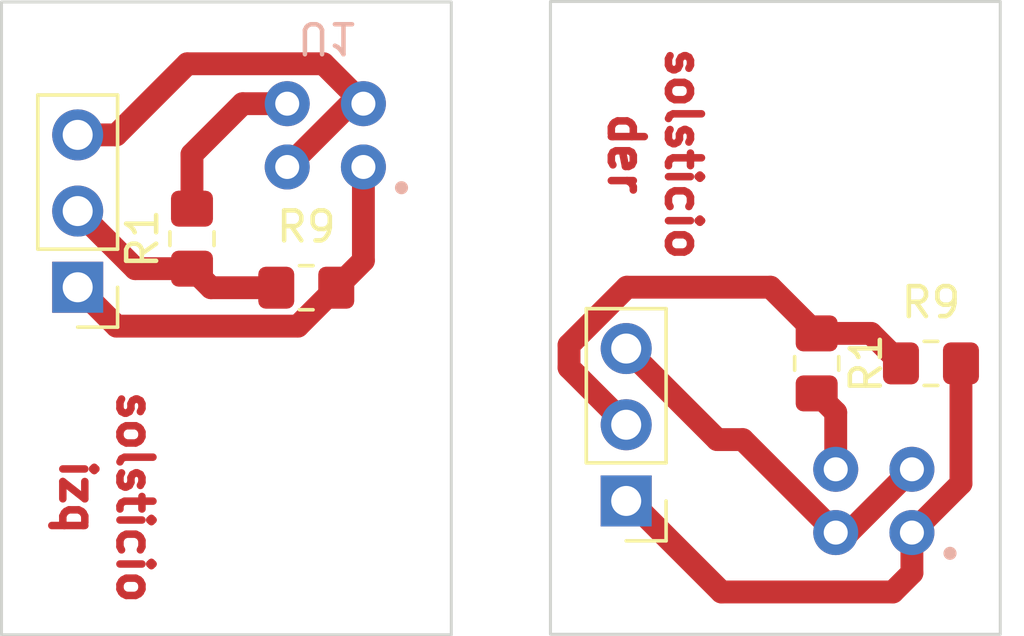
<source format=kicad_pcb>
(kicad_pcb (version 20211014) (generator pcbnew)
  (layers (0 "F.Cu" signal) (31 "B.Cu" signal) (34 "B.Paste" user) (35 "F.Paste" user) (36 "B.SilkS" user "B.Silkscreen") (37 "F.SilkS" user "F.Silkscreen") (38 "B.Mask" user) (39 "F.Mask" user) (44 "Edge.Cuts" user))
  (net 0 "")
  (net 1 "+3V3")
  (net 2 "GND")
  (net 3 "Net-(J1-Pad1)")
  (net 4 "s0")
  (footprint "Resistor_SMD:R_0805_2012Metric_Pad1.20x1.40mm_HandSolder" (layer "F.Cu") (at 152.529 77.1216 90)
    (fp_text reference "R1" (at 0 -1.65 90) (layer "F.SilkS"))
    (fp_text value "91")
    (fp_line (start -0.227064 -0.735) (end 0.227064 -0.735) (layer "F.SilkS") (width 0.12))
    (fp_line (start -0.227064 0.735) (end 0.227064 0.735) (layer "F.SilkS") (width 0.12))
    (pad "1" smd roundrect (at -1 0 90) (size 1.2 1.4) (layers "F.Cu" "F.Paste" "F.Mask") (roundrect_rratio 0.2083333333) (net 1 "+3V3"))
    (pad "2" smd roundrect (at 1 0 90) (size 1.2 1.4) (layers "F.Cu" "F.Paste" "F.Mask") (roundrect_rratio 0.2083333333) (net 3 "Net-(J1-Pad1)"))
  )
  (footprint "Resistor_SMD:R_0805_2012Metric_Pad1.20x1.40mm_HandSolder" (layer "F.Cu") (at 173.355 81.28 -90)
    (fp_text reference "R1" (at 0 -1.65 90) (layer "F.SilkS"))
    (fp_text value "91")
    (fp_line (start -0.227064 0.735) (end 0.227064 0.735) (layer "F.SilkS") (width 0.12))
    (fp_line (start -0.227064 -0.735) (end 0.227064 -0.735) (layer "F.SilkS") (width 0.12))
    (pad "1" smd roundrect (at -1 0 270) (size 1.2 1.4) (layers "F.Cu" "F.Paste" "F.Mask") (roundrect_rratio 0.2083333333) (net 1 "+3V3"))
    (pad "2" smd roundrect (at 1 0 270) (size 1.2 1.4) (layers "F.Cu" "F.Paste" "F.Mask") (roundrect_rratio 0.2083333333) (net 3 "Net-(J1-Pad1)"))
  )
  (footprint "Resistor_SMD:R_0805_2012Metric_Pad1.20x1.40mm_HandSolder" (layer "F.Cu") (at 177.165 81.28 180)
    (fp_text reference "R9" (at 0 2.032) (layer "F.SilkS"))
    (fp_text value "R_Small")
    (fp_line (start -0.227064 0.735) (end 0.227064 0.735) (layer "F.SilkS") (width 0.12))
    (fp_line (start -0.227064 -0.735) (end 0.227064 -0.735) (layer "F.SilkS") (width 0.12))
    (pad "1" smd roundrect (at -1 0 180) (size 1.2 1.4) (layers "F.Cu" "F.Paste" "F.Mask") (roundrect_rratio 0.2083333333) (net 4 "s0"))
    (pad "2" smd roundrect (at 1 0 180) (size 1.2 1.4) (layers "F.Cu" "F.Paste" "F.Mask") (roundrect_rratio 0.2083333333) (net 1 "+3V3"))
  )
  (footprint "Resistor_SMD:R_0805_2012Metric_Pad1.20x1.40mm_HandSolder" (layer "F.Cu") (at 156.339 78.7566 180)
    (fp_text reference "R9" (at 0 2.032) (layer "F.SilkS"))
    (fp_text value "R_Small")
    (fp_line (start -0.227064 -0.735) (end 0.227064 -0.735) (layer "F.SilkS") (width 0.12))
    (fp_line (start -0.227064 0.735) (end 0.227064 0.735) (layer "F.SilkS") (width 0.12))
    (pad "1" smd roundrect (at -1 0 180) (size 1.2 1.4) (layers "F.Cu" "F.Paste" "F.Mask") (roundrect_rratio 0.2083333333) (net 4 "s0"))
    (pad "2" smd roundrect (at 1 0 180) (size 1.2 1.4) (layers "F.Cu" "F.Paste" "F.Mask") (roundrect_rratio 0.2083333333) (net 1 "+3V3"))
  )
  (footprint "MountingHole:MountingHole_3.2mm_M3" (layer "F.Cu") (at 175.766 74.452)
    (fp_text reference "REF**" hide)
    (fp_text value "MountingHole_3.2mm_M3" hide)
    (pad "" np_thru_hole circle (at 0 0) (size 3.2 3.2) (drill 3.2) (layers F&B.Cu *.Mask))
  )
  (footprint "MountingHole:MountingHole_3.2mm_M3" (layer "F.Cu") (at 157.48 85.09 180)
    (fp_text reference "REF**" hide)
    (fp_text value "MountingHole_3.2mm_M3" hide)
    (pad "" np_thru_hole circle (at 0 0 180) (size 3.2 3.2) (drill 3.2) (layers *.Cu *.Mask))
  )
  (footprint "Connector_PinHeader_2.54mm:PinHeader_1x03_P2.54mm_Vertical" (layer "F.Cu") (at 167.005 85.865 180)
    (fp_text reference "REF**" hide)
    (fp_text value "PinHeader_1x03_P2.54mm_Vertical" hide)
    (fp_line (start 1.33 1.27) (end 1.33 6.41) (layer "F.SilkS") (width 0.12))
    (fp_line (start -1.33 1.27) (end 1.33 1.27) (layer "F.SilkS") (width 0.12))
    (fp_line (start -1.33 0) (end -1.33 -1.33) (layer "F.SilkS") (width 0.12))
    (fp_line (start -1.33 -1.33) (end 0 -1.33) (layer "F.SilkS") (width 0.12))
    (fp_line (start -1.33 6.41) (end 1.33 6.41) (layer "F.SilkS") (width 0.12))
    (fp_line (start -1.33 1.27) (end -1.33 6.41) (layer "F.SilkS") (width 0.12))
    (pad "1" thru_hole rect (at 0 0 180) (size 1.7 1.7) (drill 1) (layers *.Cu *.Mask) (net 4 "s0"))
    (pad "2" thru_hole oval (at 0 2.54 180) (size 1.7 1.7) (drill 1) (layers *.Cu *.Mask) (net 1 "+3V3"))
    (pad "3" thru_hole oval (at 0 5.08 180) (size 1.7 1.7) (drill 1) (layers *.Cu *.Mask) (net 2 "GND"))
  )
  (footprint "Connector_PinHeader_2.54mm:PinHeader_1x03_P2.54mm_Vertical" (layer "F.Cu") (at 148.719 78.7416 180)
    (fp_text reference "REF**" hide)
    (fp_text value "PinHeader_1x03_P2.54mm_Vertical" hide)
    (fp_line (start -1.33 1.27) (end -1.33 6.41) (layer "F.SilkS") (width 0.12))
    (fp_line (start -1.33 6.41) (end 1.33 6.41) (layer "F.SilkS") (width 0.12))
    (fp_line (start 1.33 1.27) (end 1.33 6.41) (layer "F.SilkS") (width 0.12))
    (fp_line (start -1.33 0) (end -1.33 -1.33) (layer "F.SilkS") (width 0.12))
    (fp_line (start -1.33 1.27) (end 1.33 1.27) (layer "F.SilkS") (width 0.12))
    (fp_line (start -1.33 -1.33) (end 0 -1.33) (layer "F.SilkS") (width 0.12))
    (pad "1" thru_hole rect (at 0 0 180) (size 1.7 1.7) (drill 1) (layers *.Cu *.Mask) (net 4 "s0"))
    (pad "2" thru_hole oval (at 0 2.54 180) (size 1.7 1.7) (drill 1) (layers *.Cu *.Mask) (net 1 "+3V3"))
    (pad "3" thru_hole oval (at 0 5.08 180) (size 1.7 1.7) (drill 1) (layers *.Cu *.Mask) (net 2 "GND"))
  )
  (footprint "qrd111x:qrd111x" (layer "B.Cu") (at 175.26 85.865 90)
    (fp_text reference "U1" hide)
    (fp_text value "qrd111x")
    (fp_circle (center -1.74625 2.54) (end -1.5875 2.54) (layer "B.SilkS") (width 0.12) (fill solid))
    (pad "1" thru_hole circle (at -1.055 1.27 270) (size 1.5 1.5) (drill 0.8) (layers *.Cu *.Mask) (net 4 "s0"))
    (pad "2" thru_hole circle (at -1.055 -1.27 270) (size 1.5 1.5) (drill 0.8) (layers *.Cu *.Mask) (net 2 "GND"))
    (pad "3" thru_hole circle (at 1.055 -1.27 270) (size 1.5 1.5) (drill 0.8) (layers *.Cu *.Mask) (net 3 "Net-(J1-Pad1)"))
    (pad "4" thru_hole circle (at 1.055 1.27 270) (size 1.5 1.5) (drill 0.8) (layers *.Cu *.Mask) (net 2 "GND"))
  )
  (footprint "qrd111x:qrd111x" (layer "B.Cu") (at 156.974 73.6766 90)
    (fp_text reference "U1" (at 3.248 0.082 180 unlocked) (layer "B.SilkS") (effects (justify mirror)))
    (fp_text value "qrd111x")
    (fp_circle (center -1.74625 2.54) (end -1.5875 2.54) (layer "B.SilkS") (width 0.12) (fill solid))
    (pad "1" thru_hole circle (at -1.055 1.27 270) (size 1.5 1.5) (drill 0.8) (layers *.Cu *.Mask) (net 4 "s0"))
    (pad "2" thru_hole circle (at -1.055 -1.27 270) (size 1.5 1.5) (drill 0.8) (layers *.Cu *.Mask) (net 2 "GND"))
    (pad "3" thru_hole circle (at 1.055 -1.27 270) (size 1.5 1.5) (drill 0.8) (layers *.Cu *.Mask) (net 3 "Net-(J1-Pad1)"))
    (pad "4" thru_hole circle (at 1.055 1.27 270) (size 1.5 1.5) (drill 0.8) (layers *.Cu *.Mask) (net 2 "GND"))
  )
  (gr_rect (start 146.179 69.2316) (end 161.174 90.3266) (layer "Edge.Cuts") (width 0.1) (fill none))
  (gr_rect (start 179.475 90.31) (end 164.48 69.215) (layer "Edge.Cuts") (width 0.1) (fill none))
  (gr_text "der" (at 167.005 74.295 270) (layer "F.Cu") (effects (font (size 1.1 1.1) (thickness 0.25))))
  (gr_text "izq" (at 148.719 85.7416 270) (layer "F.Cu") (effects (font (size 1.1 1.1) (thickness 0.25))))
  (gr_text "solsticio" (at 168.91 74.295 270) (layer "F.Cu") (effects (font (size 1.1 1.1) (thickness 0.25))))
  (gr_text "solsticio" (at 150.624 85.7416 270) (layer "F.Cu") (effects (font (size 1.1 1.1) (thickness 0.25))))
  (segment (start 167.02626 78.74) (end 171.815 78.74) (width 0.762) (layer "F.Cu") (net 1))
  (segment (start 175.165 80.28) (end 176.165 81.28) (width 0.762) (layer "F.Cu") (net 1))
  (segment (start 155.339 78.7566) (end 153.164 78.7566) (width 0.762) (layer "F.Cu") (net 1))
  (segment (start 165.1 81.42) (end 165.1 80.66626) (width 0.762) (layer "F.Cu") (net 1))
  (segment (start 150.639 78.1216) (end 148.719 76.2016) (width 0.762) (layer "F.Cu") (net 1))
  (segment (start 173.355 80.28) (end 175.165 80.28) (width 0.762) (layer "F.Cu") (net 1))
  (segment (start 171.815 78.74) (end 173.355 80.28) (width 0.762) (layer "F.Cu") (net 1))
  (segment (start 152.529 78.1216) (end 150.639 78.1216) (width 0.762) (layer "F.Cu") (net 1))
  (segment (start 167.005 83.325) (end 165.1 81.42) (width 0.762) (layer "F.Cu") (net 1))
  (segment (start 165.1 80.66626) (end 167.02626 78.74) (width 0.762) (layer "F.Cu") (net 1))
  (segment (start 153.164 78.7566) (end 152.529 78.1216) (width 0.762) (layer "F.Cu") (net 1))
  (segment (start 167.005 80.785) (end 170.04 83.82) (width 0.762) (layer "F.Cu") (net 2))
  (segment (start 150.004 73.6616) (end 152.375 71.2906) (width 0.762) (layer "F.Cu") (net 2))
  (segment (start 170.89 83.82) (end 173.99 86.92) (width 0.762) (layer "F.Cu") (net 2))
  (segment (start 173.99 86.92) (end 174.42 86.92) (width 0.762) (layer "F.Cu") (net 2))
  (segment (start 157.814 72.6216) (end 155.704 74.7316) (width 0.762) (layer "F.Cu") (net 2))
  (segment (start 156.913 71.2906) (end 158.244 72.6216) (width 0.762) (layer "F.Cu") (net 2))
  (segment (start 158.244 72.6216) (end 157.814 72.6216) (width 0.762) (layer "F.Cu") (net 2))
  (segment (start 174.42 86.92) (end 176.53 84.81) (width 0.762) (layer "F.Cu") (net 2))
  (segment (start 148.719 73.6616) (end 150.004 73.6616) (width 0.762) (layer "F.Cu") (net 2))
  (segment (start 170.04 83.82) (end 170.89 83.82) (width 0.762) (layer "F.Cu") (net 2))
  (segment (start 152.375 71.2906) (end 156.913 71.2906) (width 0.762) (layer "F.Cu") (net 2))
  (segment (start 173.99 84.81) (end 173.99 82.915) (width 0.762) (layer "F.Cu") (net 3))
  (segment (start 173.99 82.915) (end 173.355 82.28) (width 0.762) (layer "F.Cu") (net 3))
  (segment (start 152.529 76.1216) (end 152.529 75.7966) (width 0.508) (layer "F.Cu") (net 3))
  (segment (start 152.529 74.3116) (end 152.529 76.1216) (width 0.762) (layer "F.Cu") (net 3))
  (segment (start 154.219 72.6216) (end 152.529 74.3116) (width 0.762) (layer "F.Cu") (net 3))
  (segment (start 155.704 72.6216) (end 154.219 72.6216) (width 0.762) (layer "F.Cu") (net 3))
  (segment (start 178.165 81.28) (end 178.165 85.285) (width 0.762) (layer "F.Cu") (net 4))
  (segment (start 150.015 80.0376) (end 156.058 80.0376) (width 0.762) (layer "F.Cu") (net 4))
  (segment (start 167.145 85.865) (end 170.18 88.9) (width 0.762) (layer "F.Cu") (net 4))
  (segment (start 175.895 88.9) (end 170.18 88.9) (width 0.762) (layer "F.Cu") (net 4))
  (segment (start 148.719 78.7416) (end 150.015 80.0376) (width 0.762) (layer "F.Cu") (net 4))
  (segment (start 158.244 74.7316) (end 158.244 77.8516) (width 0.762) (layer "F.Cu") (net 4))
  (segment (start 178.165 85.285) (end 176.53 86.92) (width 0.762) (layer "F.Cu") (net 4))
  (segment (start 158.244 77.8516) (end 157.339 78.7566) (width 0.762) (layer "F.Cu") (net 4))
  (segment (start 176.53 88.265) (end 175.895 88.9) (width 0.762) (layer "F.Cu") (net 4))
  (segment (start 176.53 86.92) (end 176.53 88.265) (width 0.762) (layer "F.Cu") (net 4))
  (segment (start 167.005 85.865) (end 167.145 85.865) (width 0.762) (layer "F.Cu") (net 4))
  (segment (start 156.058 80.0376) (end 157.339 78.7566) (width 0.762) (layer "F.Cu") (net 4))
)
</source>
